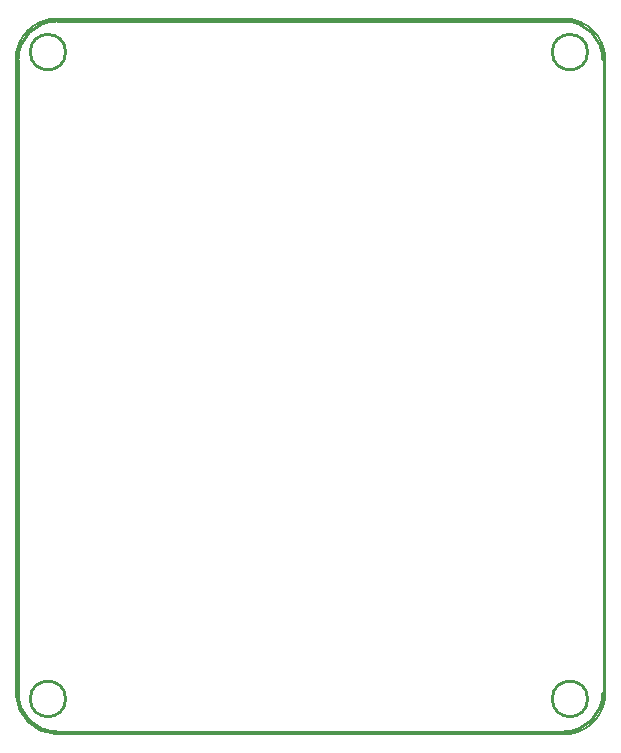
<source format=gko>
G04*
G04 #@! TF.GenerationSoftware,Altium Limited,Altium Designer,19.0.15 (446)*
G04*
G04 Layer_Color=16711935*
%FSLAX23Y23*%
%MOIN*%
G70*
G01*
G75*
%ADD17C,0.010*%
%ADD19C,0.005*%
%ADD108C,0.005*%
D17*
X1869Y2226D02*
G03*
X1869Y2226I-59J0D01*
G01*
Y70D02*
G03*
X1869Y70I-59J0D01*
G01*
X129D02*
G03*
X129Y70I-59J0D01*
G01*
Y2226D02*
G03*
X129Y2226I-59J0D01*
G01*
X100Y2330D02*
G03*
X-30Y2200I0J-130D01*
G01*
X1920Y2200D02*
G03*
X1790Y2330I-130J0D01*
G01*
X1790Y-40D02*
G03*
X1920Y90I0J130D01*
G01*
X-30D02*
G03*
X100Y-40I130J0D01*
G01*
X100Y2330D02*
X1790Y2330D01*
X-30Y2200D02*
X-30Y85D01*
X1925Y2204D02*
X1925Y94D01*
X95Y-40D02*
X1790D01*
D19*
X1928Y2200D02*
G03*
X1790Y2338I-138J0D01*
G01*
X1790Y-48D02*
G03*
X1928Y90I0J138D01*
G01*
X100Y2338D02*
G03*
X-38Y2200I0J-138D01*
G01*
X93Y-47D02*
G03*
X95Y-48I2J7D01*
G01*
X-38Y85D02*
G03*
X-37Y83I8J0D01*
G01*
D02*
G03*
X93Y-47I137J7D01*
G01*
X1928Y2200D02*
Y2200D01*
Y2200D02*
X1928Y90D01*
Y90D02*
Y90D01*
Y90D02*
Y90D01*
X100Y2338D02*
X1790Y2338D01*
X100Y2338D02*
X100D01*
X100D02*
X100D01*
X1790Y-48D02*
X1790D01*
X1790D02*
X1790D01*
X95D02*
X1790D01*
X-38Y2200D02*
X-38Y85D01*
D108*
X1928Y2200D02*
D03*
Y2200D02*
D03*
X1928Y2200D02*
D03*
X1790Y2338D02*
D03*
X1928Y2200D02*
D03*
X1790Y2338D02*
D03*
X1928Y90D02*
D03*
X1928Y90D02*
D03*
X1928Y90D02*
D03*
X1928Y90D02*
D03*
Y90D02*
D03*
Y90D02*
D03*
X1928Y90D02*
D03*
Y90D02*
D03*
X1928Y90D02*
D03*
Y90D02*
D03*
X1790Y-48D02*
D03*
X1790D02*
D03*
X1790D02*
D03*
X1790D02*
D03*
X1790D02*
D03*
X100Y2338D02*
D03*
X100D02*
D03*
X100D02*
D03*
X100D02*
D03*
X-38Y2200D02*
D03*
X100Y2338D02*
D03*
X-38Y2200D02*
D03*
M02*

</source>
